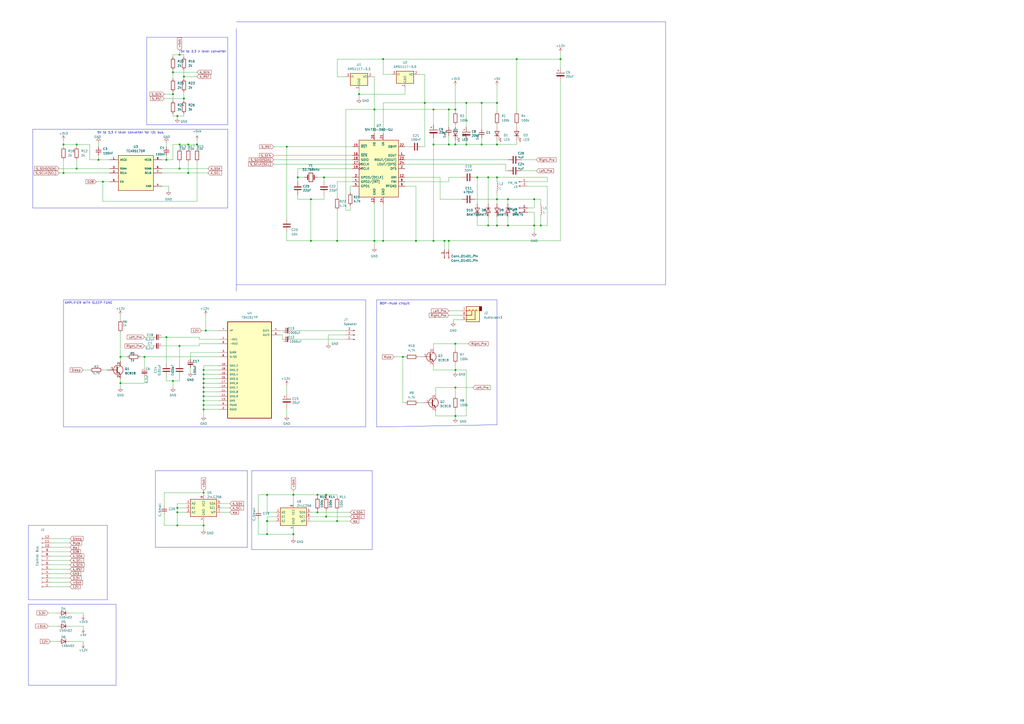
<source format=kicad_sch>
(kicad_sch (version 20231120) (generator "eeschema") (generator_version "8.0")
  (paper "A2")
  (junction (at 217.17 63.5))
  (junction (at 36.83 83.82))
  (junction (at 119.38 191.77))
  (junction (at 118.11 285.75))
  (junction (at 208.28 54.61))
  (junction (at 104.14 200.66))
  (junction (at 180.34 115.57))
  (junction (at 44.45 83.82))
  (junction (at 189.23 287.02))
  (junction (at 264.16 224.79))
  (junction (at 184.15 287.02))
  (junction (at 59.69 105.41))
  (junction (at 195.58 302.26))
  (junction (at 118.11 222.25))
  (junction (at 102.87 297.18))
  (junction (at 189.23 299.72))
  (junction (at 279.4 83.82))
  (junction (at 170.18 309.88))
  (junction (at 83.82 207.01))
  (junction (at 264.16 241.3))
  (junction (at 270.51 59.69))
  (junction (at 288.29 59.69))
  (junction (at 100.33 41.91))
  (junction (at 106.68 44.45))
  (junction (at 118.11 227.33))
  (junction (at 100.33 220.98))
  (junction (at 184.15 297.18))
  (junction (at 264.16 199.39))
  (junction (at 100.33 54.61))
  (junction (at 57.15 92.71))
  (junction (at 270.51 83.82))
  (junction (at 276.86 102.87))
  (junction (at 288.29 83.82))
  (junction (at 114.3 83.82))
  (junction (at 102.87 294.64))
  (junction (at 102.87 67.31))
  (junction (at 104.14 83.82))
  (junction (at 246.38 59.69))
  (junction (at 172.72 102.87))
  (junction (at 118.11 224.79))
  (junction (at 299.72 34.29))
  (junction (at 187.96 102.87))
  (junction (at 288.29 102.87))
  (junction (at 251.46 139.7))
  (junction (at 154.94 287.02))
  (junction (at 118.11 304.8))
  (junction (at 118.11 217.17))
  (junction (at 294.64 115.57))
  (junction (at 102.87 304.8))
  (junction (at 260.35 139.7))
  (junction (at 264.16 63.5))
  (junction (at 118.11 219.71))
  (junction (at 118.11 232.41))
  (junction (at 166.37 85.09))
  (junction (at 283.21 130.81))
  (junction (at 154.94 302.26))
  (junction (at 283.21 102.87))
  (junction (at 109.22 83.82))
  (junction (at 69.85 207.01))
  (junction (at 109.22 100.33))
  (junction (at 106.68 57.15))
  (junction (at 251.46 83.82))
  (junction (at 118.11 237.49))
  (junction (at 69.85 222.25))
  (junction (at 180.34 139.7))
  (junction (at 257.81 139.7))
  (junction (at 118.11 214.63))
  (junction (at 233.68 207.01))
  (junction (at 36.83 100.33))
  (junction (at 96.52 92.71))
  (junction (at 44.45 97.79))
  (junction (at 222.25 139.7))
  (junction (at 260.35 83.82))
  (junction (at 118.11 229.87))
  (junction (at 325.12 34.29))
  (junction (at 264.16 83.82))
  (junction (at 217.17 139.7))
  (junction (at 264.16 214.63))
  (junction (at 251.46 63.5))
  (junction (at 260.35 63.5))
  (junction (at 288.29 115.57))
  (junction (at 222.25 34.29))
  (junction (at 309.88 115.57))
  (junction (at 241.3 139.7))
  (junction (at 104.14 97.79))
  (junction (at 118.11 234.95))
  (junction (at 104.14 31.75))
  (junction (at 96.52 195.58))
  (junction (at 154.94 309.88))
  (junction (at 309.88 130.81))
  (junction (at 279.4 59.69))
  (junction (at 195.58 139.7))
  (junction (at 313.69 130.81))
  (junction (at 288.29 130.81))
  (junction (at 170.18 287.02))
  (junction (at 294.64 130.81))
  (wire (pts (xy 222.25 59.69) (xy 222.25 77.47)))
  (wire (pts (xy 106.68 31.75) (xy 106.68 33.02)))
  (wire (pts (xy 83.82 207.01) (xy 127 207.01)))
  (wire (pts (xy 283.21 130.81) (xy 288.29 130.81)))
  (wire (pts (xy 48.26 372.11) (xy 48.26 373.38)))
  (wire (pts (xy 100.33 67.31) (xy 100.33 66.04)))
  (wire (pts (xy 203.2 107.95) (xy 203.2 111.76)))
  (wire (pts (xy 44.45 83.82) (xy 44.45 85.09)))
  (wire (pts (xy 306.07 120.65) (xy 309.88 120.65)))
  (wire (pts (xy 260.35 78.74) (xy 260.35 83.82)))
  (wire (pts (xy 270.51 81.28) (xy 270.51 83.82)))
  (wire (pts (xy 283.21 102.87) (xy 288.29 102.87)))
  (wire (pts (xy 44.45 92.71) (xy 44.45 97.79)))
  (wire (pts (xy 288.29 64.77) (xy 288.29 59.69)))
  (wire (pts (xy 302.26 92.71) (xy 311.15 92.71)))
  (wire (pts (xy 279.4 74.93) (xy 279.4 59.69)))
  (wire (pts (xy 260.35 180.34) (xy 267.97 180.34)))
  (wire (pts (xy 288.29 130.81) (xy 294.64 130.81)))
  (wire (pts (xy 40.64 327.66) (xy 29.21 327.66)))
  (polyline (pts (xy 143.51 273.05) (xy 143.51 274.32)))
  (wire (pts (xy 257.81 139.7) (xy 257.81 144.78)))
  (wire (pts (xy 118.11 237.49) (xy 118.11 241.3)))
  (wire (pts (xy 195.58 121.92) (xy 195.58 139.7)))
  (wire (pts (xy 293.37 99.06) (xy 294.64 99.06)))
  (wire (pts (xy 29.21 335.28) (xy 40.64 335.28)))
  (wire (pts (xy 166.37 85.09) (xy 166.37 127)))
  (wire (pts (xy 288.29 115.57) (xy 288.29 118.11)))
  (wire (pts (xy 260.35 63.5) (xy 251.46 63.5)))
  (wire (pts (xy 168.91 191.77) (xy 200.66 191.77)))
  (polyline (pts (xy 132.08 74.93) (xy 132.08 120.65)))
  (wire (pts (xy 116.84 191.77) (xy 119.38 191.77)))
  (wire (pts (xy 251.46 139.7) (xy 257.81 139.7)))
  (wire (pts (xy 264.16 72.39) (xy 264.16 73.66)))
  (wire (pts (xy 118.11 285.75) (xy 118.11 287.02)))
  (wire (pts (xy 180.34 115.57) (xy 180.34 139.7)))
  (wire (pts (xy 83.82 222.25) (xy 83.82 218.44)))
  (wire (pts (xy 241.3 107.95) (xy 241.3 139.7)))
  (wire (pts (xy 48.26 364.49) (xy 48.26 363.22)))
  (wire (pts (xy 100.33 41.91) (xy 114.3 41.91)))
  (wire (pts (xy 83.82 207.01) (xy 81.28 207.01)))
  (wire (pts (xy 118.11 219.71) (xy 118.11 217.17)))
  (wire (pts (xy 260.35 182.88) (xy 267.97 182.88)))
  (wire (pts (xy 313.69 125.73) (xy 313.69 130.81)))
  (wire (pts (xy 260.35 139.7) (xy 325.12 139.7)))
  (wire (pts (xy 166.37 139.7) (xy 166.37 134.62)))
  (wire (pts (xy 29.21 337.82) (xy 40.64 337.82)))
  (polyline (pts (xy 132.08 21.59) (xy 132.08 72.39)))
  (wire (pts (xy 100.33 53.34) (xy 100.33 54.61)))
  (wire (pts (xy 107.95 292.1) (xy 102.87 292.1)))
  (wire (pts (xy 222.25 34.29) (xy 299.72 34.29)))
  (wire (pts (xy 270.51 83.82) (xy 279.4 83.82)))
  (polyline (pts (xy 143.51 317.5) (xy 143.51 274.32)))
  (wire (pts (xy 118.11 232.41) (xy 118.11 234.95)))
  (polyline (pts (xy 132.08 72.39) (xy 85.09 72.39)))
  (wire (pts (xy 241.3 139.7) (xy 251.46 139.7)))
  (wire (pts (xy 208.28 54.61) (xy 234.95 54.61)))
  (wire (pts (xy 299.72 34.29) (xy 325.12 34.29)))
  (wire (pts (xy 163.83 194.31) (xy 163.83 196.85)))
  (wire (pts (xy 110.49 204.47) (xy 127 204.47)))
  (wire (pts (xy 264.16 241.3) (xy 264.16 242.57)))
  (wire (pts (xy 262.89 185.42) (xy 267.97 185.42)))
  (wire (pts (xy 251.46 199.39) (xy 264.16 199.39)))
  (wire (pts (xy 96.52 90.17) (xy 96.52 92.71)))
  (wire (pts (xy 69.85 222.25) (xy 69.85 224.79)))
  (wire (pts (xy 195.58 34.29) (xy 195.58 44.45)))
  (wire (pts (xy 275.59 102.87) (xy 276.86 102.87)))
  (wire (pts (xy 168.91 196.85) (xy 200.66 196.85)))
  (wire (pts (xy 208.28 52.07) (xy 208.28 54.61)))
  (wire (pts (xy 104.14 97.79) (xy 104.14 93.98)))
  (polyline (pts (xy 90.17 273.05) (xy 90.17 317.5)))
  (wire (pts (xy 104.14 200.66) (xy 104.14 210.82)))
  (wire (pts (xy 83.82 195.58) (xy 88.9 195.58)))
  (wire (pts (xy 97.79 107.95) (xy 97.79 110.49)))
  (wire (pts (xy 195.58 105.41) (xy 204.47 105.41)))
  (wire (pts (xy 170.18 307.34) (xy 170.18 309.88)))
  (wire (pts (xy 59.69 116.84) (xy 114.3 116.84)))
  (wire (pts (xy 170.18 287.02) (xy 184.15 287.02)))
  (wire (pts (xy 59.69 105.41) (xy 59.69 116.84)))
  (wire (pts (xy 100.33 220.98) (xy 104.14 220.98)))
  (polyline (pts (xy 386.08 165.1) (xy 386.08 12.7)))
  (wire (pts (xy 160.02 302.26) (xy 154.94 302.26)))
  (wire (pts (xy 83.82 200.66) (xy 88.9 200.66)))
  (wire (pts (xy 127 234.95) (xy 118.11 234.95)))
  (wire (pts (xy 270.51 214.63) (xy 270.51 241.3)))
  (wire (pts (xy 100.33 220.98) (xy 100.33 224.79)))
  (wire (pts (xy 59.69 214.63) (xy 62.23 214.63)))
  (wire (pts (xy 83.82 213.36) (xy 83.82 207.01)))
  (wire (pts (xy 172.72 102.87) (xy 176.53 102.87)))
  (wire (pts (xy 40.64 325.12) (xy 29.21 325.12)))
  (wire (pts (xy 95.25 54.61) (xy 100.33 54.61)))
  (wire (pts (xy 96.52 195.58) (xy 96.52 210.82)))
  (wire (pts (xy 222.25 139.7) (xy 241.3 139.7)))
  (wire (pts (xy 195.58 44.45) (xy 200.66 44.45)))
  (wire (pts (xy 264.16 199.39) (xy 271.78 199.39)))
  (wire (pts (xy 276.86 102.87) (xy 276.86 118.11)))
  (wire (pts (xy 294.64 125.73) (xy 294.64 130.81)))
  (polyline (pts (xy 19.05 120.65) (xy 19.05 74.93)))
  (wire (pts (xy 283.21 102.87) (xy 283.21 118.11)))
  (wire (pts (xy 96.52 220.98) (xy 100.33 220.98)))
  (wire (pts (xy 234.95 105.41) (xy 260.35 105.41)))
  (wire (pts (xy 294.64 115.57) (xy 309.88 115.57)))
  (wire (pts (xy 288.29 83.82) (xy 299.72 83.82)))
  (wire (pts (xy 195.58 139.7) (xy 217.17 139.7)))
  (wire (pts (xy 40.64 314.96) (xy 29.21 314.96)))
  (wire (pts (xy 93.98 107.95) (xy 97.79 107.95)))
  (wire (pts (xy 251.46 201.93) (xy 251.46 199.39)))
  (polyline (pts (xy 16.51 350.52) (xy 67.31 350.52)))
  (wire (pts (xy 118.11 219.71) (xy 127 219.71)))
  (wire (pts (xy 40.64 330.2) (xy 29.21 330.2)))
  (wire (pts (xy 195.58 288.29) (xy 195.58 287.02)))
  (wire (pts (xy 294.64 130.81) (xy 309.88 130.81)))
  (wire (pts (xy 264.16 214.63) (xy 264.16 210.82)))
  (wire (pts (xy 264.16 63.5) (xy 260.35 63.5)))
  (wire (pts (xy 162.56 191.77) (xy 163.83 191.77)))
  (wire (pts (xy 288.29 115.57) (xy 294.64 115.57)))
  (wire (pts (xy 115.57 196.85) (xy 115.57 195.58)))
  (wire (pts (xy 59.69 105.41) (xy 63.5 105.41)))
  (wire (pts (xy 293.37 99.06) (xy 293.37 95.25)))
  (wire (pts (xy 118.11 212.09) (xy 127 212.09)))
  (wire (pts (xy 102.87 297.18) (xy 102.87 294.64)))
  (wire (pts (xy 217.17 118.11) (xy 217.17 139.7)))
  (wire (pts (xy 149.86 287.02) (xy 154.94 287.02)))
  (wire (pts (xy 309.88 130.81) (xy 313.69 130.81)))
  (polyline (pts (xy 212.09 247.65) (xy 212.09 173.99)))
  (wire (pts (xy 317.5 107.95) (xy 317.5 130.81)))
  (polyline (pts (xy 218.44 173.99) (xy 218.44 194.31)))
  (wire (pts (xy 189.23 299.72) (xy 203.2 299.72)))
  (wire (pts (xy 264.16 83.82) (xy 260.35 83.82)))
  (wire (pts (xy 100.33 92.71) (xy 100.33 83.82)))
  (wire (pts (xy 166.37 223.52) (xy 166.37 228.6)))
  (wire (pts (xy 27.94 363.22) (xy 33.02 363.22)))
  (wire (pts (xy 309.88 130.81) (xy 309.88 134.62)))
  (wire (pts (xy 44.45 83.82) (xy 52.07 83.82)))
  (wire (pts (xy 102.87 67.31) (xy 100.33 67.31)))
  (wire (pts (xy 104.14 97.79) (xy 120.65 97.79)))
  (polyline (pts (xy 85.09 21.59) (xy 132.08 21.59)))
  (wire (pts (xy 195.58 114.3) (xy 195.58 105.41)))
  (wire (pts (xy 118.11 234.95) (xy 118.11 237.49)))
  (wire (pts (xy 234.95 107.95) (xy 241.3 107.95)))
  (wire (pts (xy 172.72 97.79) (xy 204.47 97.79)))
  (wire (pts (xy 203.2 119.38) (xy 203.2 121.92)))
  (wire (pts (xy 190.5 194.31) (xy 190.5 199.39)))
  (wire (pts (xy 260.35 102.87) (xy 267.97 102.87)))
  (wire (pts (xy 293.37 95.25) (xy 234.95 95.25)))
  (wire (pts (xy 309.88 123.19) (xy 309.88 130.81)))
  (wire (pts (xy 52.07 92.71) (xy 52.07 83.82)))
  (wire (pts (xy 257.81 139.7) (xy 260.35 139.7)))
  (wire (pts (xy 283.21 125.73) (xy 283.21 130.81)))
  (wire (pts (xy 107.95 297.18) (xy 102.87 297.18)))
  (polyline (pts (xy 386.08 12.7) (xy 137.16 12.7)))
  (wire (pts (xy 154.94 287.02) (xy 170.18 287.02)))
  (wire (pts (xy 149.86 309.88) (xy 154.94 309.88)))
  (wire (pts (xy 180.34 115.57) (xy 187.96 115.57)))
  (wire (pts (xy 276.86 125.73) (xy 276.86 130.81)))
  (wire (pts (xy 40.64 322.58) (xy 29.21 322.58)))
  (wire (pts (xy 115.57 200.66) (xy 115.57 199.39)))
  (wire (pts (xy 96.52 92.71) (xy 100.33 92.71)))
  (wire (pts (xy 251.46 80.01) (xy 251.46 83.82)))
  (wire (pts (xy 189.23 288.29) (xy 189.23 287.02)))
  (polyline (pts (xy 137.16 16.51) (xy 137.16 168.91)))
  (polyline (pts (xy 146.05 318.77) (xy 215.9 318.77)))
  (wire (pts (xy 110.49 204.47) (xy 110.49 208.28)))
  (wire (pts (xy 317.5 105.41) (xy 306.07 105.41)))
  (wire (pts (xy 40.64 355.6) (xy 48.26 355.6)))
  (wire (pts (xy 172.72 113.03) (xy 172.72 115.57)))
  (polyline (pts (xy 16.51 350.52) (xy 16.51 397.51)))
  (wire (pts (xy 217.17 63.5) (xy 251.46 63.5)))
  (wire (pts (xy 306.07 107.95) (xy 317.5 107.95)))
  (wire (pts (xy 276.86 102.87) (xy 283.21 102.87)))
  (wire (pts (xy 184.15 295.91) (xy 184.15 297.18)))
  (wire (pts (xy 184.15 287.02) (xy 184.15 288.29)))
  (wire (pts (xy 309.88 120.65) (xy 309.88 115.57)))
  (wire (pts (xy 180.34 302.26) (xy 195.58 302.26)))
  (wire (pts (xy 40.64 340.36) (xy 29.21 340.36)))
  (wire (pts (xy 128.27 297.18) (xy 133.35 297.18)))
  (wire (pts (xy 158.75 85.09) (xy 166.37 85.09)))
  (wire (pts (xy 317.5 102.87) (xy 317.5 105.41)))
  (wire (pts (xy 96.52 218.44) (xy 96.52 220.98)))
  (polyline (pts (xy 67.31 397.51) (xy 16.51 397.51)))
  (wire (pts (xy 118.11 224.79) (xy 118.11 227.33)))
  (wire (pts (xy 40.64 363.22) (xy 48.26 363.22)))
  (wire (pts (xy 264.16 214.63) (xy 270.51 214.63)))
  (wire (pts (xy 170.18 287.02) (xy 170.18 292.1)))
  (wire (pts (xy 114.3 116.84) (xy 114.3 93.98)))
  (wire (pts (xy 102.87 68.58) (xy 102.87 67.31)))
  (wire (pts (xy 187.96 102.87) (xy 204.47 102.87)))
  (wire (pts (xy 264.16 83.82) (xy 264.16 81.28)))
  (wire (pts (xy 270.51 83.82) (xy 264.16 83.82)))
  (wire (pts (xy 262.89 186.69) (xy 262.89 185.42)))
  (wire (pts (xy 119.38 191.77) (xy 119.38 182.88)))
  (wire (pts (xy 102.87 297.18) (xy 102.87 304.8)))
  (wire (pts (xy 104.14 218.44) (xy 104.14 220.98)))
  (wire (pts (xy 93.98 100.33) (xy 109.22 100.33)))
  (wire (pts (xy 55.88 105.41) (xy 59.69 105.41)))
  (wire (pts (xy 172.72 102.87) (xy 172.72 105.41)))
  (polyline (pts (xy 19.05 74.93) (xy 132.08 74.93)))
  (wire (pts (xy 69.85 207.01) (xy 73.66 207.01)))
  (wire (pts (xy 44.45 97.79) (xy 63.5 97.79)))
  (wire (pts (xy 270.51 241.3) (xy 264.16 241.3)))
  (wire (pts (xy 288.29 72.39) (xy 288.29 73.66)))
  (wire (pts (xy 100.33 31.75) (xy 104.14 31.75)))
  (wire (pts (xy 234.95 92.71) (xy 294.64 92.71)))
  (wire (pts (xy 208.28 54.61) (xy 208.28 57.15)))
  (wire (pts (xy 109.22 83.82) (xy 114.3 83.82)))
  (wire (pts (xy 149.86 300.99) (xy 149.86 309.88)))
  (polyline (pts (xy 90.17 317.5) (xy 143.51 317.5)))
  (wire (pts (xy 118.11 217.17) (xy 118.11 214.63)))
  (wire (pts (xy 217.17 139.7) (xy 217.17 143.51)))
  (wire (pts (xy 184.15 297.18) (xy 203.2 297.18)))
  (wire (pts (xy 260.35 139.7) (xy 260.35 144.78)))
  (wire (pts (xy 217.17 63.5) (xy 200.66 63.5)))
  (wire (pts (xy 109.22 83.82) (xy 109.22 86.36)))
  (wire (pts (xy 227.33 43.18) (xy 222.25 43.18)))
  (wire (pts (xy 118.11 302.26) (xy 118.11 304.8)))
  (wire (pts (xy 260.35 105.41) (xy 260.35 102.87)))
  (wire (pts (xy 317.5 130.81) (xy 313.69 130.81)))
  (wire (pts (xy 187.96 115.57) (xy 187.96 113.03)))
  (wire (pts (xy 93.98 92.71) (xy 96.52 92.71)))
  (wire (pts (xy 100.33 54.61) (xy 100.33 58.42)))
  (wire (pts (xy 102.87 67.31) (xy 106.68 67.31)))
  (polyline (pts (xy 288.29 173.99) (xy 218.44 173.99)))
  (wire (pts (xy 234.95 54.61) (xy 234.95 50.8)))
  (wire (pts (xy 102.87 304.8) (xy 95.25 304.8)))
  (wire (pts (xy 36.83 100.33) (xy 63.5 100.33)))
  (wire (pts (xy 69.85 207.01) (xy 69.85 209.55)))
  (wire (pts (xy 158.75 90.17) (xy 204.47 90.17)))
  (wire (pts (xy 102.87 294.64) (xy 107.95 294.64)))
  (wire (pts (xy 242.57 207.01) (xy 243.84 207.01)))
  (wire (pts (xy 106.68 44.45) (xy 106.68 45.72)))
  (polyline (pts (xy 218.44 247.65) (xy 288.29 246.38)))
  (wire (pts (xy 299.72 83.82) (xy 299.72 81.28)))
  (wire (pts (xy 184.15 287.02) (xy 189.23 287.02)))
  (wire (pts (xy 118.11 214.63) (xy 127 214.63)))
  (wire (pts (xy 264.16 64.77) (xy 264.16 63.5)))
  (wire (pts (xy 294.64 115.57) (xy 294.64 118.11)))
  (wire (pts (xy 234.95 233.68) (xy 233.68 233.68)))
  (wire (pts (xy 200.66 63.5) (xy 200.66 121.92)))
  (wire (pts (xy 264.16 241.3) (xy 252.73 241.3)))
  (polyline (pts (xy 146.05 273.05) (xy 146.05 318.77)))
  (wire (pts (xy 270.51 59.69) (xy 270.51 73.66)))
  (wire (pts (xy 222.25 43.18) (xy 222.25 34.29)))
  (wire (pts (xy 33.02 372.11) (xy 29.21 372.11)))
  (wire (pts (xy 109.22 100.33) (xy 120.65 100.33)))
  (polyline (pts (xy 132.08 120.65) (xy 19.05 120.65)))
  (wire (pts (xy 203.2 107.95) (xy 204.47 107.95)))
  (wire (pts (xy 57.15 92.71) (xy 63.5 92.71)))
  (polyline (pts (xy 90.17 273.05) (xy 143.51 273.05)))
  (wire (pts (xy 40.64 332.74) (xy 29.21 332.74)))
  (wire (pts (xy 288.29 125.73) (xy 288.29 130.81)))
  (wire (pts (xy 234.95 85.09) (xy 237.49 85.09)))
  (wire (pts (xy 100.33 83.82) (xy 104.14 83.82)))
  (wire (pts (xy 279.4 83.82) (xy 279.4 80.01)))
  (wire (pts (xy 158.75 92.71) (xy 204.47 92.71)))
  (wire (pts (xy 154.94 299.72) (xy 160.02 299.72)))
  (wire (pts (xy 48.26 214.63) (xy 52.07 214.63)))
  (wire (pts (xy 69.85 222.25) (xy 83.82 222.25)))
  (polyline (pts (xy 16.51 347.98) (xy 62.23 347.98)))
  (wire (pts (xy 222.25 118.11) (xy 222.25 139.7)))
  (wire (pts (xy 184.15 102.87) (xy 187.96 102.87)))
  (wire (pts (xy 288.29 59.69) (xy 279.4 59.69)))
  (wire (pts (xy 27.94 355.6) (xy 33.02 355.6)))
  (wire (pts (xy 127 196.85) (xy 115.57 196.85)))
  (wire (pts (xy 264.16 224.79) (xy 274.32 224.79)))
  (wire (pts (xy 36.83 83.82) (xy 44.45 83.82)))
  (wire (pts (xy 252.73 224.79) (xy 264.16 224.79)))
  (wire (pts (xy 166.37 236.22) (xy 166.37 241.3)))
  (wire (pts (xy 170.18 309.88) (xy 170.18 312.42)))
  (wire (pts (xy 154.94 302.26) (xy 154.94 309.88)))
  (wire (pts (xy 325.12 46.99) (xy 325.12 139.7)))
  (wire (pts (xy 34.29 100.33) (xy 36.83 100.33)))
  (wire (pts (xy 242.57 233.68) (xy 245.11 233.68)))
  (wire (pts (xy 288.29 49.53) (xy 288.29 59.69)))
  (wire (pts (xy 302.26 99.06) (xy 311.15 99.06)))
  (wire (pts (xy 195.58 287.02) (xy 189.23 287.02)))
  (wire (pts (xy 267.97 115.57) (xy 255.27 115.57)))
  (wire (pts (xy 217.17 44.45) (xy 217.17 63.5)))
  (wire (pts (xy 109.22 100.33) (xy 109.22 93.98)))
  (wire (pts (xy 93.98 200.66) (xy 104.14 200.66)))
  (wire (pts (xy 180.34 139.7) (xy 195.58 139.7)))
  (wire (pts (xy 195.58 34.29) (xy 222.25 34.29)))
  (wire (pts (xy 102.87 292.1) (xy 102.87 294.64)))
  (polyline (pts (xy 62.23 347.98) (xy 62.23 304.8)))
  (wire (pts (xy 128.27 294.64) (xy 133.35 294.64)))
  (wire (pts (xy 36.83 100.33) (xy 36.83 92.71)))
  (polyline (pts (xy 218.44 194.31) (xy 218.44 247.65)))
  (wire (pts (xy 106.68 57.15) (xy 106.68 58.42)))
  (wire (pts (xy 95.25 57.15) (xy 106.68 57.15)))
  (wire (pts (xy 100.33 31.75) (xy 100.33 33.02)))
  (wire (pts (xy 172.72 97.79) (xy 172.72 102.87)))
  (wire (pts (xy 118.11 284.48) (xy 118.11 285.75)))
  (wire (pts (xy 114.3 86.36) (xy 114.3 83.82)))
  (wire (pts (xy 195.58 295.91) (xy 195.58 302.26)))
  (wire (pts (xy 69.85 219.71) (xy 69.85 222.25)))
  (wire (pts (xy 106.68 67.31) (xy 106.68 66.04)))
  (wire (pts (xy 313.69 115.57) (xy 313.69 118.11)))
  (wire (pts (xy 288.29 83.82) (xy 288.29 81.28)))
  (wire (pts (xy 217.17 63.5) (xy 217.17 77.47)))
  (wire (pts (xy 118.11 237.49) (xy 127 237.49)))
  (wire (pts (xy 114.3 81.28) (xy 114.3 83.82)))
  (wire (pts (xy 106.68 44.45) (xy 106.68 40.64)))
  (wire (pts (xy 115.57 199.39) (xy 127 199.39)))
  (wire (pts (xy 251.46 63.5) (xy 251.46 72.39)))
  (polyline (pts (xy 16.51 304.8) (xy 62.23 304.8)))
  (wire (pts (xy 154.94 297.18) (xy 154.94 287.02)))
  (wire (pts (xy 251.46 214.63) (xy 264.16 214.63)))
  (wire (pts (xy 36.83 81.28) (xy 36.83 83.82)))
  (polyline (pts (xy 36.83 247.65) (xy 212.09 247.65)))
  (wire (pts (xy 29.21 312.42) (xy 40.64 312.42)))
  (wire (pts (xy 264.16 199.39) (xy 264.16 203.2)))
  (wire (pts (xy 95.25 285.75) (xy 118.11 285.75)))
  (wire (pts (xy 57.15 92.71) (xy 57.15 90.17)))
  (wire (pts (xy 252.73 228.6) (xy 252.73 224.79)))
  (wire (pts (xy 57.15 82.55) (xy 57.15 85.09)))
  (polyline (pts (xy 85.09 21.59) (xy 85.09 72.39)))
  (wire (pts (xy 106.68 44.45) (xy 114.3 44.45)))
  (wire (pts (xy 96.52 82.55) (xy 96.52 85.09)))
  (wire (pts (xy 264.16 224.79) (xy 264.16 229.87)))
  (polyline (pts (xy 16.51 304.8) (xy 16.51 347.98)))
  (polyline (pts (xy 146.05 273.05) (xy 215.9 273.05)))
  (wire (pts (xy 279.4 83.82) (xy 288.29 83.82)))
  (wire (pts (xy 172.72 115.57) (xy 180.34 115.57)))
  (wire (pts (xy 233.68 233.68) (xy 233.68 207.01)))
  (wire (pts (xy 119.38 191.77) (xy 127 191.77)))
  (wire (pts (xy 34.29 97.79) (xy 44.45 97.79)))
  (wire (pts (xy 36.83 83.82) (xy 36.83 85.09)))
  (wire (pts (xy 104.14 31.75) (xy 106.68 31.75)))
  (wire (pts (xy 118.11 304.8) (xy 118.11 307.34)))
  (wire (pts (xy 246.38 43.18) (xy 242.57 43.18)))
  (wire (pts (xy 166.37 85.09) (xy 204.47 85.09)))
  (wire (pts (xy 115.57 195.58) (xy 96.52 195.58)))
  (wire (pts (xy 118.11 219.71) (xy 118.11 222.25)))
  (wire (pts (xy 163.83 194.31) (xy 162.56 194.31)))
  (wire (pts (xy 309.88 115.57) (xy 313.69 115.57)))
  (wire (pts (xy 264.16 214.63) (xy 264.16 215.9)))
  (wire (pts (xy 154.94 302.26) (xy 154.94 299.72)))
  (wire (pts (xy 118.11 227.33) (xy 118.11 229.87)))
  (wire (pts (xy 276.86 130.81) (xy 283.21 130.81)))
  (wire (pts (xy 260.35 73.66) (xy 260.35 63.5)))
  (wire (pts (xy 279.4 59.69) (xy 270.51 59.69)))
  (wire (pts (xy 106.68 53.34) (xy 106.68 57.15)))
  (wire (pts (xy 118.11 229.87) (xy 118.11 232.41)))
  (wire (pts (xy 246.38 43.18) (xy 246.38 59.69)))
  (wire (pts (xy 233.68 207.01) (xy 234.95 207.01)))
  (polyline (pts (xy 137.16 165.1) (xy 386.08 165.1)))
  (wire (pts (xy 306.07 123.19) (xy 309.88 123.19)))
  (wire (pts (xy 102.87 304.8) (xy 118.11 304.8)))
  (wire (pts (xy 251.46 212.09) (xy 251.46 214.63)))
  (wire (pts (xy 180.34 297.18) (xy 184.15 297.18)))
  (wire (pts (xy 104.14 83.82) (xy 109.22 83.82)))
  (wire (pts (xy 96.52 195.58) (xy 93.98 195.58)))
  (wire (pts (xy 160.02 297.18) (xy 154.94 297.18)))
  (wire (pts (xy 190.5 194.31) (xy 200.66 194.31)))
  (wire (pts (xy 110.49 213.36) (xy 110.49 215.9)))
  (wire (pts (xy 187.96 105.41) (xy 187.96 102.87)))
  (polyline (pts (xy 288.29 246.38) (xy 288.29 173.99)))
  (wire (pts (xy 104.14 200.66) (xy 115.57 200.66)))
  (wire (pts (xy 52.07 92.71) (xy 57.15 92.71)))
  (wire (pts (xy 40.64 320.04) (xy 29.21 320.04)))
  (wire (pts (xy 217.17 139.7) (xy 222.25 139.7)))
  (polyline (pts (xy 36.83 173.99) (xy 36.83 247.65)))
  (wire (pts (xy 180.34 299.72) (xy 189.23 299.72)))
  (wire (pts (xy 95.25 293.37) (xy 95.25 285.75)))
  (wire (pts (xy 170.18 284.48) (xy 170.18 287.02)))
  (wire (pts (xy 299.72 34.29) (xy 299.72 64.77)))
  (wire (pts (xy 325.12 39.37) (xy 325.12 34.29)))
  (wire (pts (xy 118.11 222.25) (xy 118.11 224.79)))
  (wire (pts (xy 255.27 115.57) (xy 255.27 102.87)))
  (wire (pts (xy 288.29 102.87) (xy 288.29 104.14)))
  (wire (pts (xy 299.72 72.39) (xy 299.72 73.66)))
  (wire (pts (xy 245.11 85.09) (xy 246.38 85.09)))
  (wire (pts (xy 118.11 217.17) (xy 127 217.17)))
  (wire (pts (xy 69.85 182.88) (xy 69.85 185.42)))
  (wire (pts (xy 69.85 193.04) (xy 69.85 207.01)))
  (wire (pts (xy 288.29 102.87) (xy 317.5 102.87)))
  (wire (pts (xy 166.37 139.7) (xy 180.34 139.7)))
  (wire (pts (xy 154.94 309.88) (xy 170.18 309.88)))
  (wire (pts (xy 104.14 83.82) (xy 104.14 86.36)))
  (wire (pts (xy 118.11 214.63) (xy 118.11 212.09)))
  (wire (pts (xy 189.23 295.91) (xy 189.23 299.72)))
  (wire (pts (xy 251.46 83.82) (xy 251.46 139.7)))
  (wire (pts (xy 246.38 59.69) (xy 222.25 59.69)))
  (wire (pts (xy 48.26 372.11) (xy 40.64 372.11)))
  (wire (pts (xy 233.68 207.01) (xy 228.6 207.01)))
  (wire (pts (xy 104.14 29.21) (xy 104.14 31.75)))
  (wire (pts (xy 264.16 237.49) (xy 264.16 241.3)))
  (wire (pts (xy 325.12 30.48) (xy 325.12 34.29)))
  (wire (pts (xy 118.11 224.79) (xy 127 224.79)))
  (polyline (pts (xy 67.31 350.52) (xy 67.31 397.51)))
  (wire (pts (xy 40.64 317.5) (xy 29.21 317.5)))
  (wire (pts (xy 195.58 302.26) (xy 203.2 302.26)))
  (wire (pts (xy 246.38 59.69) (xy 246.38 85.09)))
  (wire (pts (xy 288.29 111.76) (xy 288.29 115.57)))
  (wire (pts (xy 246.38 59.69) (xy 270.51 59.69)))
  (wire (pts (xy 93.98 97.79) (xy 104.14 97.79)))
  (wire (pts (xy 118.11 227.33) (xy 127 227.33)))
  (wire (pts (xy 118.11 229.87) (xy 127 229.87)))
  (polyline (pts (xy 36.83 173.99) (xy 212.09 173.99)))
  (wire (pts (xy 100.33 41.91) (xy 100.33 45.72)))
  (wire (pts (xy 264.16 49.53) (xy 264.16 63.5)))
  (wire (pts (xy 118.11 232.41) (xy 127 232.41)))
  (wire (pts (xy 217.17 44.45) (xy 215.9 44.45)))
  (wire (pts (xy 255.27 102.87) (xy 234.95 102.87)))
  (wire (pts (xy 100.33 41.91) (xy 100.33 40.64)))
  (polyline (pts (xy 215.9 318.77) (xy 215.9 273.05)))
  (wire (pts (xy 48.26 356.87) (xy 48.26 355.6)))
  (wire (pts (xy 158.75 95.25) (xy 204.47 95.25)))
  (wire (pts (xy 95.25 298.45) (xy 95.25 304.8)))
  (wire (pts (xy 127 222.25) (xy 118.11 222.25)))
  (wire (pts (xy 275.59 115.57) (xy 288.29 115.57)))
  (wire (pts (xy 200.66 121.92) (xy 203.2 121.92)))
  (wire (pts (xy 128.27 292.1) (xy 133.35 292.1)))
  (wire (pts (xy 260.35 83.82) (xy 251.46 83.82)))
  (wire (pts (xy 252.73 241.3) (xy 252.73 238.76)))
  (wire (pts (xy 149.86 295.91) (xy 149.86 287.02)))
  (text "5V to 3.3 V level converter for I2c bus." (at 56.388 77.724 0) (effects (font (size 1.27 1.27)) (justify left bottom)))
  (text "5V to 3.3 V level converter" (at 104.648 30.734 0) (effects (font (size 1.27 1.27)) (justify left bottom)))
  (text "BOP-mute cirquit" (at 220.218 176.911 0) (effects (font (size 1.27 1.27)) (justify left bottom)))
  (text "AMPLIFIER WITH SLEEP FUNC" (at 37.465 176.53 0) (effects (font (size 1.27 1.27)) (justify left bottom)))
  (global_label "Left_Pre" (shape input) (at 311.15 99.06 0) (property "Intersheetrefs" "${INTERSHEET_REFS}" (effects (hide yes))))
  (global_label "S_RST" (shape input) (at 95.25 57.15 180) (property "Intersheetrefs" "${INTERSHEET_REFS}" (effects (hide yes))))
  (global_label "A_SCL" (shape input) (at 133.35 294.64 0) (property "Intersheetrefs" "${INTERSHEET_REFS}" (effects (hide yes))))
  (global_label "Wp" (shape input) (at 203.2 302.26 0) (property "Intersheetrefs" "${INTERSHEET_REFS}" (effects (hide yes))))
  (global_label "A_SDA" (shape input) (at 40.64 322.58 0) (property "Intersheetrefs" "${INTERSHEET_REFS}" (effects (hide yes))))
  (global_label "Left_Pre" (shape input) (at 274.32 224.79 0) (property "Intersheetrefs" "${INTERSHEET_REFS}" (effects (hide yes))))
  (global_label "Wp" (shape input) (at 40.64 317.5 0) (property "Intersheetrefs" "${INTERSHEET_REFS}" (effects (hide yes))))
  (global_label "D28" (shape input) (at 55.88 105.41 180) (property "Intersheetrefs" "${INTERSHEET_REFS}" (effects (hide yes))))
  (global_label "12V" (shape input) (at 40.64 340.36 0) (property "Intersheetrefs" "${INTERSHEET_REFS}" (effects (hide yes))))
  (global_label "Sleep" (shape input) (at 48.26 214.63 180) (property "Intersheetrefs" "${INTERSHEET_REFS}" (effects (hide yes))))
  (global_label "GND" (shape input) (at 40.64 332.74 0) (property "Intersheetrefs" "${INTERSHEET_REFS}" (effects (hide yes))))
  (global_label "S_SEN" (shape input) (at 158.75 90.17 180) (property "Intersheetrefs" "${INTERSHEET_REFS}" (effects (hide yes))))
  (global_label "+5VA" (shape input) (at 118.11 284.48 90) (property "Intersheetrefs" "${INTERSHEET_REFS}" (effects (hide yes))))
  (global_label "+5VA" (shape input) (at 104.14 29.21 90) (property "Intersheetrefs" "${INTERSHEET_REFS}" (effects (hide yes))))
  (global_label "Sleep" (shape input) (at 40.64 312.42 0) (property "Intersheetrefs" "${INTERSHEET_REFS}" (effects (hide yes))))
  (global_label "Right_Pre" (shape input) (at 311.15 92.71 0) (property "Intersheetrefs" "${INTERSHEET_REFS}" (effects (hide yes))))
  (global_label "S_SDIO(SDA)" (shape input) (at 34.29 97.79 180) (property "Intersheetrefs" "${INTERSHEET_REFS}" (effects (hide yes))))
  (global_label "A_SDA" (shape input) (at 120.65 97.79 0) (property "Intersheetrefs" "${INTERSHEET_REFS}" (effects (hide yes))))
  (global_label "A_SCL" (shape input) (at 40.64 325.12 0) (property "Intersheetrefs" "${INTERSHEET_REFS}" (effects (hide yes))))
  (global_label "Mute" (shape input) (at 228.6 207.01 180) (property "Intersheetrefs" "${INTERSHEET_REFS}" (effects (hide yes))))
  (global_label "Right_Pre" (shape input) (at 260.35 182.88 180) (property "Intersheetrefs" "${INTERSHEET_REFS}" (effects (hide yes))))
  (global_label "Left_Pre" (shape input) (at 83.82 195.58 180) (property "Intersheetrefs" "${INTERSHEET_REFS}" (effects (hide yes))))
  (global_label "A_SEN" (shape input) (at 40.64 327.66 0) (property "Intersheetrefs" "${INTERSHEET_REFS}" (effects (hide yes))))
  (global_label "Right_Pre" (shape input) (at 83.82 200.66 180) (property "Intersheetrefs" "${INTERSHEET_REFS}" (effects (hide yes))))
  (global_label "+5VA" (shape input) (at 40.64 337.82 0) (property "Intersheetrefs" "${INTERSHEET_REFS}" (effects (hide yes))))
  (global_label "A_SCL" (shape input) (at 203.2 299.72 0) (property "Intersheetrefs" "${INTERSHEET_REFS}" (effects (hide yes))))
  (global_label "A_SDA" (shape input) (at 133.35 292.1 0) (property "Intersheetrefs" "${INTERSHEET_REFS}" (effects (hide yes))))
  (global_label "S_SDIO(SDA)" (shape input) (at 158.75 92.71 180) (property "Intersheetrefs" "${INTERSHEET_REFS}" (effects (hide yes))))
  (global_label "S_RST" (shape input) (at 158.75 85.09 180) (property "Intersheetrefs" "${INTERSHEET_REFS}" (effects (hide yes))))
  (global_label "3.3V" (shape input) (at 27.94 355.6 180) (property "Intersheetrefs" "${INTERSHEET_REFS}" (effects (hide yes))))
  (global_label "A_SEN" (shape input) (at 114.3 41.91 0) (property "Intersheetrefs" "${INTERSHEET_REFS}" (effects (hide yes))))
  (global_label "S_SCLK(SCL)" (shape input) (at 34.29 100.33 180) (property "Intersheetrefs" "${INTERSHEET_REFS}" (effects (hide yes))))
  (global_label "A_SCL" (shape input) (at 120.65 100.33 0) (property "Intersheetrefs" "${INTERSHEET_REFS}" (effects (hide yes))))
  (global_label "Mute" (shape input) (at 40.64 314.96 0) (property "Intersheetrefs" "${INTERSHEET_REFS}" (effects (hide yes))))
  (global_label "A_RST" (shape input) (at 114.3 44.45 0) (property "Intersheetrefs" "${INTERSHEET_REFS}" (effects (hide yes))))
  (global_label "S_SEN" (shape input) (at 95.25 54.61 180) (property "Intersheetrefs" "${INTERSHEET_REFS}" (effects (hide yes))))
  (global_label "Wp" (shape input) (at 133.35 297.18 0) (property "Intersheetrefs" "${INTERSHEET_REFS}" (effects (hide yes))))
  (global_label "+5VA" (shape input) (at 27.94 363.22 180) (property "Intersheetrefs" "${INTERSHEET_REFS}" (effects (hide yes))))
  (global_label "12V" (shape input) (at 29.21 372.11 180) (property "Intersheetrefs" "${INTERSHEET_REFS}" (effects (hide yes))))
  (global_label "S_SCLK(SCL)" (shape input) (at 158.75 95.25 180) (property "Intersheetrefs" "${INTERSHEET_REFS}" (effects (hide yes))))
  (global_label "Left_Pre" (shape input) (at 260.35 180.34 180) (property "Intersheetrefs" "${INTERSHEET_REFS}" (effects (hide yes))))
  (global_label "+5VA" (shape input) (at 170.18 284.48 90) (property "Intersheetrefs" "${INTERSHEET_REFS}" (effects (hide yes))))
  (global_label "3.3V" (shape input) (at 40.64 335.28 0) (property "Intersheetrefs" "${INTERSHEET_REFS}" (effects (hide yes))))
  (global_label "Right_Pre" (shape input) (at 271.78 199.39 0) (property "Intersheetrefs" "${INTERSHEET_REFS}" (effects (hide yes))))
  (global_label "A_SDA" (shape input) (at 203.2 297.18 0) (property "Intersheetrefs" "${INTERSHEET_REFS}" (effects (hide yes))))
  (global_label "12V" (shape input) (at 116.84 191.77 180) (property "Intersheetrefs" "${INTERSHEET_REFS}" (effects (hide yes))))
  (global_label "A_RST" (shape input) (at 40.64 330.2 0) (property "Intersheetrefs" "${INTERSHEET_REFS}" (effects (hide yes))))
  (global_label "D28" (shape input) (at 40.64 320.04 0) (property "Intersheetrefs" "${INTERSHEET_REFS}" (effects (hide yes))))
  (symbol (lib_id "RF_AM_FM:Si4735-D60-GU") (at 219.71 97.79 0) (unit 1)
    (property "Reference" "U7" (at 219.71 72.8726 0))
    (property "Value" "Si4735-D60-GU" (at 219.71 75.184 0))
    (property "Footprint" "Package_SO:SSOP-24_3.9x8.7mm_P0.635mm" (effects (hide yes)))
    (property "Datasheet" "http://www.silabs.com/Support%20Documents/TechnicalDocs/Si4730-31-34-35-D60.pdf" (effects (hide yes)))
  )
  (symbol (lib_id "Device:Crystal") (at 180.34 102.87 0) (unit 1)
    (property "Reference" "Y1" (at 180.34 96.0628 0))
    (property "Value" "32.768kHz" (at 180.34 98.3742 0))
    (property "Footprint" "Crystal:Crystal_C38-LF_D3.0mm_L8.0mm_Horizontal" (effects (hide yes)))
  )
  (symbol (lib_id "Device:C") (at 172.72 109.22 0) (unit 1)
    (property "Reference" "C25" (at 175.641 108.0516 0) (effects (justify left)))
    (property "Value" "22pF" (at 175.641 110.363 0) (effects (justify left)))
    (property "Footprint" "Capacitor_SMD:C_1206_3216Metric" (effects (hide yes)))
  )
  (symbol (lib_id "Device:C") (at 187.96 109.22 0) (unit 1)
    (property "Reference" "C22" (at 190.881 108.0516 0) (effects (justify left)))
    (property "Value" "22pF" (at 190.881 110.363 0) (effects (justify left)))
    (property "Footprint" "Capacitor_SMD:C_1206_3216Metric" (effects (hide yes)))
  )
  (symbol (lib_id "Device:C") (at 271.78 115.57 270) (unit 1)
    (property "Reference" "C11" (at 271.78 109.1692 90))
    (property "Value" "470nF" (at 271.78 111.4806 90))
    (property "Footprint" "Capacitor_SMD:C_1206_3216Metric" (effects (hide yes)))
  )
  (symbol (lib_id "Device:C") (at 166.37 130.81 0) (unit 1)
    (property "Reference" "C23" (at 168.91 133.35 0) (effects (justify left)))
    (property "Value" "10n" (at 168.91 135.89 0) (effects (justify left)))
    (property "Footprint" "Capacitor_SMD:C_1206_3216Metric" (effects (hide yes)))
  )
  (symbol (lib_id "Device:C") (at 298.45 92.71 270) (unit 1)
    (property "Reference" "C26" (at 302.26 88.9 90))
    (property "Value" "4uF" (at 302.26 91.2114 90))
    (property "Footprint" "Capacitor_THT:C_Disc_D3.0mm_W1.6mm_P2.50mm" (effects (hide yes)))
  )
  (symbol (lib_id "Device:C") (at 298.45 99.06 270) (unit 1)
    (property "Reference" "C24" (at 302.26 95.25 90))
    (property "Value" "4uF" (at 302.26 97.79 90))
    (property "Footprint" "Capacitor_THT:C_Disc_D3.0mm_W1.6mm_P2.50mm" (effects (hide yes)))
  )
  (symbol (lib_id "Device:CP") (at 251.46 76.2 0) (unit 1)
    (property "Reference" "C9" (at 254.4572 75.0316 0) (effects (justify left)))
    (property "Value" "20uF" (at 254.635 76.835 0) (effects (justify left)))
    (property "Footprint" "Capacitor_THT:CP_Radial_D5.0mm_P2.00mm" (effects (hide yes)))
  )
  (symbol (lib_id "Device:C") (at 241.3 85.09 270) (unit 1)
    (property "Reference" "C21" (at 241.3 78.6892 90))
    (property "Value" "100nF" (at 241.3 81.0006 90))
    (property "Footprint" "Capacitor_SMD:C_1206_3216Metric" (effects (hide yes)))
  )
  (symbol (lib_id "Device:C") (at 271.78 102.87 270) (unit 1)
    (property "Reference" "C10" (at 271.78 96.4692 90))
    (property "Value" "33nF" (at 271.78 98.7806 90))
    (property "Footprint" "Capacitor_SMD:C_1206_3216Metric" (effects (hide yes)))
  )
  (symbol (lib_id "Connector:Conn_01x02_Male") (at 300.99 120.65 0) (unit 1)
    (property "Reference" "J5" (at 300.2788 123.6472 0) (effects (justify right)))
    (property "Value" "AM_IN" (at 300.2788 121.3358 0) (effects (justify right)))
    (property "Footprint" "Connector_Coaxial:SMA_Amphenol_901-143_Horizontal" (effects (hide yes)))
  )
  (symbol (lib_id "Device:R") (at 100.33 36.83 0) (unit 1)
    (property "Reference" "R20" (at 102.87 35.5599 0) (effects (justify left)))
    (property "Value" "2k" (at 102.87 38.0999 0) (effects (justify left)))
    (property "Footprint" "Resistor_SMD:R_1206_3216Metric" (effects (hide yes)))
  )
  (symbol (lib_id "Device:R") (at 264.16 207.01 0) (unit 1)
    (property "Reference" "R7" (at 266.7 205.7399 0) (effects (justify left)))
    (property "Value" "100k" (at 266.7 208.2799 0) (effects (justify left)))
    (property "Footprint" "Resistor_SMD:R_1206_3216Metric" (effects (hide yes)))
  )
  (symbol (lib_id "Device:C_Polarized_Small") (at 91.44 195.58 270) (unit 1)
    (property "Reference" "C18" (at 86.995 194.31 90))
    (property "Value" "0.2uF" (at 86.995 196.85 90))
    (property "Footprint" "Capacitor_THT:CP_Radial_D4.0mm_P2.00mm" (effects (hide yes)))
  )
  (symbol (lib_id "Device:R") (at 264.16 233.68 0) (unit 1)
    (property "Reference" "R8" (at 266.7 232.4099 0) (effects (justify left)))
    (property "Value" "100k" (at 266.7 234.9499 0) (effects (justify left)))
    (property "Footprint" "Resistor_SMD:R_1206_3216Metric" (effects (hide yes)))
  )
  (symbol (lib_id "Device:C_Polarized_Small") (at 91.44 200.66 270) (unit 1)
    (property "Reference" "C7" (at 86.995 199.39 90))
    (property "Value" "0.2uF" (at 86.995 201.93 90))
    (property "Footprint" "Capacitor_THT:CP_Radial_D4.0mm_P2.00mm" (effects (hide yes)))
  )
  (symbol (lib_id "Device:R") (at 100.33 49.53 0) (unit 1)
    (property "Reference" "R25" (at 102.87 48.2599 0) (effects (justify left)))
    (property "Value" "2k" (at 102.87 50.7999 0) (effects (justify left)))
    (property "Footprint" "Resistor_SMD:R_1206_3216Metric" (effects (hide yes)))
  )
  (symbol (lib_id "Regulator_Linear:AMS1117-3.3") (at 208.28 44.45 0) (unit 1)
    (property "Reference" "U1" (at 208.28 37.465 0))
    (property "Value" "AMS1117-3.3" (at 208.28 40.005 0))
    (property "Footprint" "Package_TO_SOT_SMD:SOT-223-3_TabPin2" (effects (hide yes)))
    (property "Datasheet" "http://www.advanced-monolithic.com/pdf/ds1117.pdf" (effects (hide yes)))
  )
  (symbol (lib_id "Device:R") (at 109.22 90.17 0) (unit 1)
    (property "Reference" "R17" (at 109.22 85.09 0) (effects (justify left)))
    (property "Value" "10k" (at 109.22 86.36 0) (effects (justify left)))
    (property "Footprint" "Resistor_SMD:R_1206_3216Metric" (effects (hide yes)))
  )
  (symbol (lib_id "Device:R") (at 36.83 88.9 0) (unit 1)
    (property "Reference" "R18" (at 39.37 87.6299 0) (effects (justify left)))
    (property "Value" "2k" (at 39.37 90.1699 0) (effects (justify left)))
    (property "Footprint" "Resistor_SMD:R_1206_3216Metric" (effects (hide yes)))
  )
  (symbol (lib_id "Device:R") (at 69.85 189.23 0) (unit 1)
    (property "Reference" "R6" (at 71.12 186.69 0) (effects (justify left)))
    (property "Value" "1k" (at 71.12 188.595 0) (effects (justify left)))
    (property "Footprint" "Resistor_SMD:R_1206_3216Metric" (effects (hide yes)))
  )
  (symbol (lib_id "power:GND") (at 208.28 57.15 0) (unit 1)
    (property "Reference" "#PWR0102" (effects (hide yes)))
    (property "Value" "GND" (at 212.09 58.42 0))
  )
  (symbol (lib_id "power:GND") (at 264.16 215.9 0) (unit 1)
    (property "Reference" "#PWR0113" (effects (hide yes)))
    (property "Value" "GND" (at 267.97 217.17 0))
  )
  (symbol (lib_id "Device:L") (at 313.69 121.92 0) (unit 1)
    (property "Reference" "L1" (at 314.96 120.6499 0) (effects (justify left)))
    (property "Value" "L" (at 314.96 123.1899 0) (effects (justify left)))
    (property "Footprint" "Inductor_THT:L_Axial_L7.0mm_D3.3mm_P5.08mm_Vertical_Fastron_MICC" (effects (hide yes)))
  )
  (symbol (lib_id "power:+5V") (at 288.29 49.53 0) (unit 1)
    (property "Reference" "#PWR0123" (effects (hide yes)))
    (property "Value" "+5V" (at 288.29 45.72 0))
  )
  (symbol (lib_id "Device:R") (at 114.3 90.17 0) (unit 1)
    (property "Reference" "R15" (at 114.3 85.09 0) (effects (justify left)))
    (property "Value" "10k" (at 114.3 86.36 0) (effects (justify left)))
    (property "Footprint" "Resistor_SMD:R_1206_3216Metric" (effects (hide yes)))
  )
  (symbol (lib_id "Device:R") (at 106.68 49.53 0) (unit 1)
    (property "Reference" "R23" (at 109.22 48.2599 0) (effects (justify left)))
    (property "Value" "2k" (at 109.22 50.7999 0) (effects (justify left)))
    (property "Footprint" "Resistor_SMD:R_1206_3216Metric" (effects (hide yes)))
  )
  (symbol (lib_id "Device:C_Small") (at 95.25 295.91 0) (unit 1)
    (property "Reference" "C20" (at 97.79 295.2813 0) (effects (justify left)))
    (property "Value" "C_Small" (at 92.71 299.72 90) (effects (justify left)))
    (property "Footprint" "Capacitor_SMD:C_1206_3216Metric_Pad1.33x1.80mm_HandSolder" (effects (hide yes)))
  )
  (symbol (lib_id "Device:R") (at 77.47 207.01 90) (unit 1)
    (property "Reference" "R5" (at 76.835 205.105 90))
    (property "Value" "1k" (at 76.835 208.915 90))
    (property "Footprint" "Resistor_SMD:R_1206_3216Metric" (effects (hide yes)))
  )
  (symbol (lib_id "Device:R") (at 100.33 62.23 0) (unit 1)
    (property "Reference" "R24" (at 102.87 60.9599 0) (effects (justify left)))
    (property "Value" "3k" (at 102.87 63.4999 0) (effects (justify left)))
    (property "Footprint" "Resistor_SMD:R_1206_3216Metric" (effects (hide yes)))
  )
  (symbol (lib_id "Device:C_Polarized_Small") (at 83.82 215.9 0) (unit 1)
    (property "Reference" "C6" (at 85.725 213.995 0))
    (property "Value" "0.2uF" (at 85.09 219.71 90))
    (property "Footprint" "Capacitor_THT:CP_Radial_D4.0mm_P2.00mm" (effects (hide yes)))
  )
  (symbol (lib_id "Diode:BAW75") (at 283.21 121.92 270) (unit 1)
    (property "Reference" "D8" (at 279.4 121.92 90) (effects (justify left)))
    (property "Value" "BAW75" (at 276.86 124.46 90) (effects (justify left)))
    (property "Footprint" "Diode_SMD:D_1206_3216Metric" (effects (hide yes)))
    (property "Datasheet" "http://www.vishay.com/docs/85550/baw75.pdf" (effects (hide yes)))
  )
  (symbol (lib_id "Diode:1N5402") (at 36.83 363.22 180) (unit 1)
    (property "Reference" "D5" (at 36.83 360.68 0))
    (property "Value" "1N5402" (at 38.1 365.76 0))
    (property "Footprint" "Diode_SMD:D_1206_3216Metric" (effects (hide yes)))
    (property "Datasheet" "http://www.vishay.com/docs/88516/1n5400.pdf" (effects (hide yes)))
    (property "Sim.Device" "D" (effects (hide yes)))
    (property "Sim.Pins" "1=K 2=A" (effects (hide yes)))
  )
  (symbol (lib_id "Diode:1N5402") (at 36.83 372.11 180) (unit 1)
    (property "Reference" "D6" (at 36.83 369.57 0))
    (property "Value" "1N5402" (at 39.37 374.65 0))
    (property "Footprint" "Diode_SMD:D_1206_3216Metric" (effects (hide yes)))
    (property "Datasheet" "http://www.vishay.com/docs/88516/1n5400.pdf" (effects (hide yes)))
    (property "Sim.Device" "D" (effects (hide yes)))
    (property "Sim.Pins" "1=K 2=A" (effects (hide yes)))
  )
  (symbol (lib_id "Transistor_BJT:BC818") (at 250.19 233.68 0) (unit 1)
    (property "Reference" "Q2" (at 255.27 233.045 0) (effects (justify left)))
    (property "Value" "BC818" (at 255.27 235.585 0) (effects (justify left)))
    (property "Footprint" "Package_TO_SOT_SMD:SOT-23" (effects (hide yes)))
    (property "Datasheet" "https://www.onsemi.com/pub/Collateral/BC818-D.pdf" (effects (hide yes)))
  )
  (symbol (lib_id "power:GND") (at 190.5 199.39 0) (unit 1)
    (property "Reference" "#PWR0104" (effects (hide yes)))
    (property "Value" "GND" (at 194.31 199.39 0))
  )
  (symbol (lib_id "Diode:BAW75") (at 288.29 121.92 90) (unit 1)
    (property "Reference" "D9" (at 289.56 121.92 90) (effects (justify right)))
    (property "Value" "BAW75" (at 288.29 124.46 90) (effects (justify right)))
    (property "Footprint" "Diode_SMD:D_1206_3216Metric" (effects (hide yes)))
    (property "Datasheet" "http://www.vishay.com/docs/85550/baw75.pdf" (effects (hide yes)))
  )
  (symbol (lib_id "power:+3.3V") (at 48.26 356.87 180) (unit 1)
    (property "Reference" "#PWR05" (effects (hide yes)))
    (property "Value" "+3V3" (at 48.26 360.68 0))
  )
  (symbol (lib_id "Device:R") (at 104.14 90.17 0) (unit 1)
    (property "Reference" "R13" (at 104.14 85.09 0) (effects (justify left)))
    (property "Value" "10k" (at 104.14 86.36 0) (effects (justify left)))
    (property "Footprint" "Resistor_SMD:R_1206_3216Metric" (effects (hide yes)))
  )
  (symbol (lib_id "Diode:BAW75") (at 276.86 121.92 90) (unit 1)
    (property "Reference" "D10" (at 270.51 121.92 90) (effects (justify right)))
    (property "Value" "BAW75" (at 270.51 124.46 90) (effects (justify right)))
    (property "Footprint" "Diode_SMD:D_1206_3216Metric" (effects (hide yes)))
    (property "Datasheet" "http://www.vishay.com/docs/85550/baw75.pdf" (effects (hide yes)))
  )
  (symbol (lib_id "Device:LED") (at 264.16 77.47 90) (unit 1)
    (property "Reference" "D2" (at 267.97 78.4225 90) (effects (justify right)))
    (property "Value" "LED" (at 267.97 80.9625 90) (effects (justify right)))
    (property "Footprint" "LED_SMD:LED_1206_3216Metric" (effects (hide yes)))
  )
  (symbol (lib_id "power:GND") (at 100.33 224.79 0) (unit 1)
    (property "Reference" "#PWR02" (effects (hide yes)))
    (property "Value" "GND" (at 100.33 229.235 0))
  )
  (symbol (lib_id "Memory_EEPROM:24LC256") (at 118.11 294.64 0) (unit 1)
    (property "Reference" "U5" (at 120.0659 285.75 0) (effects (justify left)))
    (property "Value" "24LC256" (at 120.0659 288.29 0) (effects (justify left)))
    (property "Footprint" "Package_SO:SOIC-8_3.9x4.9mm_P1.27mm" (effects (hide yes)))
    (property "Datasheet" "http://ww1.microchip.com/downloads/en/devicedoc/21203m.pdf" (effects (hide yes)))
  )
  (symbol (lib_id "Device:C_Small") (at 279.4 77.47 0) (unit 1)
    (property "Reference" "C1" (at 281.94 76.8413 0) (effects (justify left)))
    (property "Value" "1uF" (at 276.86 81.28 90) (effects (justify left)))
    (property "Footprint" "Capacitor_SMD:C_1206_3216Metric_Pad1.33x1.80mm_HandSolder" (effects (hide yes)))
  )
  (symbol (lib_id "Device:R") (at 189.23 292.1 0) (unit 1)
    (property "Reference" "R14" (at 190.5 288.29 0) (effects (justify left)))
    (property "Value" "100k" (at 191.77 294.64 90) (effects (justify left)))
    (property "Footprint" "Resistor_SMD:R_1206_3216Metric" (effects (hide yes)))
  )
  (symbol (lib_id "Connector:Conn_01x12_Female") (at 24.13 327.66 180) (unit 1)
    (property "Reference" "J1" (at 24.765 307.34 0))
    (property "Value" "Control Bus" (at 21.59 322.58 90))
    (property "Footprint" "Connector_PinSocket_2.54mm:PinSocket_1x12_P2.54mm_Vertical" (effects (hide yes)))
  )
  (symbol (lib_id "power:GND") (at 262.89 186.69 0) (unit 1)
    (property "Reference" "#PWR01" (effects (hide yes)))
    (property "Value" "GND" (at 262.89 191.77 0))
  )
  (symbol (lib_id "Connector:Conn_01x02_Male") (at 300.99 105.41 0) (unit 1)
    (property "Reference" "J3" (at 300.2788 108.4072 0) (effects (justify right)))
    (property "Value" "FM_IN" (at 300.2788 106.0958 0) (effects (justify right)))
    (property "Footprint" "Connector_Coaxial:SMA_Amphenol_901-143_Horizontal" (effects (hide yes)))
  )
  (symbol (lib_id "power:GND") (at 57.15 82.55 180) (unit 1)
    (property "Reference" "#PWR0117" (effects (hide yes)))
    (property "Value" "GND" (at 54.61 79.375 0) (effects (justify right)))
  )
  (symbol (lib_id "Device:R") (at 195.58 118.11 0) (unit 1)
    (property "Reference" "R22" (at 196.85 116.84 0) (effects (justify left)))
    (property "Value" "4.7k" (at 196.85 119.38 0) (effects (justify left)))
    (property "Footprint" "Resistor_SMD:R_1206_3216Metric" (effects (hide yes)))
  )
  (symbol (lib_id "Device:R") (at 288.29 68.58 0) (unit 1)
    (property "Reference" "R1" (at 290.83 67.3099 0) (effects (justify left)))
    (property "Value" "100k" (at 290.83 69.8499 0) (effects (justify left)))
    (property "Footprint" "Resistor_SMD:R_1206_3216Metric" (effects (hide yes)))
  )
  (symbol (lib_id "Device:C_Polarized_Small") (at 110.49 210.82 0) (unit 1)
    (property "Reference" "C17" (at 111.76 209.55 0) (effects (justify left)))
    (property "Value" "100uF" (at 113.03 217.805 90) (effects (justify left)))
    (property "Footprint" "Capacitor_THT:CP_Radial_D5.0mm_P2.00mm" (effects (hide yes)))
  )
  (symbol (lib_id "power:GND") (at 110.49 215.9 0) (unit 1)
    (property "Reference" "#PWR0109" (effects (hide yes)))
    (property "Value" "GND" (at 110.49 220.345 0))
  )
  (symbol (lib_id "Device:R") (at 106.68 36.83 0) (unit 1)
    (property "Reference" "R16" (at 109.22 35.5599 0) (effects (justify left)))
    (property "Value" "2k" (at 109.22 38.0999 0) (effects (justify left)))
    (property "Footprint" "Resistor_SMD:R_1206_3216Metric" (effects (hide yes)))
  )
  (symbol (lib_id "power:GND") (at 309.88 134.62 0) (unit 1)
    (property "Reference" "#PWR0122" (effects (hide yes)))
    (property "Value" "GND" (at 309.88 139.7 0))
  )
  (symbol (lib_id "power:+5VA") (at 114.3 81.28 0) (unit 1)
    (property "Reference" "#PWR0115" (effects (hide yes)))
    (property "Value" "+5VA" (at 114.3 76.2 0))
  )
  (symbol (lib_id "power:GND") (at 118.11 307.34 0) (unit 1)
    (property "Reference" "#PWR0125" (effects (hide yes)))
    (property "Value" "GND" (at 121.92 309.245 0))
  )
  (symbol (lib_id "Memory_EEPROM:24LC256") (at 170.18 299.72 0) (unit 1)
    (property "Reference" "U6" (at 172.1359 290.83 0) (effects (justify left)))
    (property "Value" "24LC256" (at 172.1359 293.37 0) (effects (justify left)))
    (property "Footprint" "Package_SO:SOIC-8_3.9x4.9mm_P1.27mm" (effects (hide yes)))
    (property "Datasheet" "http://ww1.microchip.com/downloads/en/devicedoc/21203m.pdf" (effects (hide yes)))
  )
  (symbol (lib_id "power:GND") (at 96.52 82.55 180) (unit 1)
    (property "Reference" "#PWR0114" (effects (hide yes)))
    (property "Value" "GND" (at 94.615 79.375 0) (effects (justify right)))
  )
  (symbol (lib_id "Device:C_Small") (at 149.86 298.45 0) (unit 1)
    (property "Reference" "C19" (at 152.4 297.8213 0) (effects (justify left)))
    (property "Value" "C_Small" (at 147.32 302.26 90) (effects (justify left)))
    (property "Footprint" "Capacitor_SMD:C_1206_3216Metric_Pad1.33x1.80mm_HandSolder" (effects (hide yes)))
  )
  (symbol (lib_id "Device:R") (at 238.76 207.01 90) (unit 1)
    (property "Reference" "R10" (at 238.76 200.66 90))
    (property "Value" "4.7k" (at 238.76 203.2 90))
    (property "Footprint" "Resistor_SMD:R_1206_3216Metric" (effects (hide yes)))
  )
  (symbol (lib_id "power:+12V") (at 48.26 373.38 180) (unit 1)
    (property "Reference" "#PWR07" (effects (hide yes)))
    (property "Value" "+12V" (at 48.26 377.19 0))
  )
  (symbol (lib_id "Device:C_Polarized_Small") (at 166.37 196.85 90) (unit 1)
    (property "Reference" "C12" (at 168.91 195.58 90))
    (property "Value" "1000uF" (at 171.45 198.12 90))
    (property "Footprint" "Capacitor_THT:CP_Radial_D8.0mm_P3.80mm" (effects (hide yes)))
  )
  (symbol (lib_id "Device:R") (at 195.58 292.1 0) (unit 1)
    (property "Reference" "R11" (at 196.85 288.29 0) (effects (justify left)))
    (property "Value" "100k" (at 198.12 294.64 90) (effects (justify left)))
    (property "Footprint" "Resistor_SMD:R_1206_3216Metric" (effects (hide yes)))
  )
  (symbol (lib_id "Device:R") (at 238.76 233.68 90) (unit 1)
    (property "Reference" "R9" (at 238.76 227.965 90))
    (property "Value" "4.7k" (at 238.76 230.505 90))
    (property "Footprint" "Resistor_SMD:R_1206_3216Metric" (effects (hide yes)))
  )
  (symbol (lib_id "power:GND") (at 217.17 143.51 0) (unit 1)
    (property "Reference" "#PWR0101" (effects (hide yes)))
    (property "Value" "GND" (at 217.17 148.59 0))
  )
  (symbol (lib_id "Connector:Conn_01x01_Pin") (at 257.81 149.86 90) (unit 1)
    (property "Reference" "J6" (effects (hide yes)))
    (property "Value" "Conn_01x01_Pin" (at 261.62 148.59 90) (effects (justify right)))
    (property "Footprint" "Connector_PinSocket_1.27mm:PinSocket_1x01_P1.27mm_Vertical" (effects (hide yes)))
  )
  (symbol (lib_id "Device:C") (at 96.52 214.63 0) (unit 1)
    (property "Reference" "C14" (at 90.1192 214.63 90))
    (property "Value" "0.01uF" (at 92.4306 214.63 90))
    (property "Footprint" "Capacitor_SMD:C_1206_3216Metric" (effects (hide yes)))
  )
  (symbol (lib_id "power:GND") (at 102.87 68.58 0) (unit 1)
    (property "Reference" "#PWR0119" (effects (hide yes)))
    (property "Value" "GND" (at 106.68 70.485 0))
  )
  (symbol (lib_id "TDA1517P:TDA1517P/N3,112") (at 144.78 212.09 0) (unit 1)
    (property "Reference" "U4" (at 144.78 181.61 0))
    (property "Value" "TDA1517P" (at 144.78 184.15 0))
    (property "Footprint" "TDA1517P:DIP254P762X470-18" (effects (hide yes)))
    (property "OC_NEWARK" "70R9196" (effects (hide yes)))
    (property "SUPPLIER" "NXP" (effects (hide yes)))
    (property "MPN" "TDA1517P/N3,112" (effects (hide yes)))
    (property "OC_FARNELL" "1868379" (effects (hide yes)))
    (property "PACKAGE" "DIP-18" (effects (hide yes)))
  )
  (symbol (lib_id "Device:R") (at 203.2 115.57 0) (unit 1)
    (property "Reference" "R21" (at 204.978 114.4016 0) (effects (justify left)))
    (property "Value" "4.7k" (at 204.978 116.713 0) (effects (justify left)))
    (property "Footprint" "Resistor_SMD:R_1206_3216Metric" (effects (hide yes)))
  )
  (symbol (lib_id "Device:C_Polarized_Small") (at 166.37 191.77 90) (unit 1)
    (property "Reference" "C13" (at 168.91 190.5 90))
    (property "Value" "1000uF" (at 170.815 193.04 90))
    (property "Footprint" "Capacitor_THT:CP_Radial_D8.0mm_P3.80mm" (effects (hide yes)))
  )
  (symbol (lib_id "power:GND") (at 170.18 312.42 0) (unit 1)
    (property "Reference" "#PWR04" (effects (hide yes)))
    (property "Value" "GND" (at 173.99 314.325 0))
  )
  (symbol (lib_id "Device:CP") (at 166.37 232.41 0) (unit 1)
    (property "Reference" "C15" (at 169.3672 231.2416 0) (effects (justify left)))
    (property "Value" "20uF" (at 169.3672 233.553 0) (effects (justify left)))
    (property "Footprint" "Capacitor_SMD:C_1206_3216Metric" (effects (hide yes)))
  )
  (symbol (lib_id "Device:R") (at 106.68 62.23 0) (unit 1)
    (property "Reference" "R26" (at 109.22 60.9599 0) (effects (justify left)))
    (property "Value" "3k" (at 109.22 63.4999 0) (effects (justify left)))
    (property "Footprint" "Resistor_SMD:R_1206_3216Metric" (effects (hide yes)))
  )
  (symbol (lib_id "Device:LED") (at 299.72 77.47 90) (unit 1)
    (property "Reference" "D3" (at 303.53 78.4225 90) (effects (justify right)))
    (property "Value" "LED" (at 303.53 80.9625 90) (effects (justify right)))
    (property "Footprint" "LED_SMD:LED_1206_3216Metric" (effects (hide yes)))
  )
  (symbol (lib_id "Device:LED") (at 288.29 77.47 90) (unit 1)
    (property "Reference" "D1" (at 292.1 78.4225 90) (effects (justify right)))
    (property "Value" "LED" (at 292.1 80.9625 90) (effects (justify right)))
    (property "Footprint" "LED_SMD:LED_1206_3216Metric" (effects (hide yes)))
  )
  (symbol (lib_id "Device:R") (at 184.15 292.1 0) (unit 1)
    (property "Reference" "R19" (at 185.42 288.29 0) (effects (justify left)))
    (property "Value" "100k" (at 186.69 294.64 90) (effects (justify left)))
    (property "Footprint" "Resistor_SMD:R_1206_3216Metric" (effects (hide yes)))
  )
  (symbol (lib_id "Device:R") (at 55.88 214.63 90) (unit 1)
    (property "Reference" "R3" (at 55.88 212.725 90))
    (property "Value" "4.7k" (at 55.88 216.535 90))
    (property "Footprint" "Resistor_SMD:R_1206_3216Metric" (effects (hide yes)))
  )
  (symbol (lib_id "Connector_Audio:AudioJack3") (at 273.05 182.88 180) (unit 1)
    (property "Reference" "J2" (at 280.67 181.61 0) (effects (justify right)))
    (property "Value" "AudioJack3" (at 280.67 184.15 0) (effects (justify right)))
    (property "Footprint" "Connector_Audio:Jack_3.5mm_CUI_SJ-3523-SMT_Horizontal" (effects (hide yes)))
  )
  (symbol (lib_name "+5V_1") (lib_id "power:+5V") (at 48.26 364.49 180) (unit 1)
    (property "Reference" "#PWR06" (effects (hide yes)))
    (property "Value" "+5V" (at 48.26 368.3 0))
  )
  (symbol (lib_id "power:GND") (at 264.16 242.57 0) (unit 1)
    (property "Reference" "#PWR0110" (effects (hide yes)))
    (property "Value" "GND" (at 268.605 244.475 0))
  )
  (symbol (lib_id "Diode:1N5402") (at 36.83 355.6 180) (unit 1)
    (property "Reference" "D4" (at 36.83 353.06 0))
    (property "Value" "1N5402" (at 38.1 358.14 0))
    (property "Footprint" "Diode_SMD:D_1206_3216Metric" (effects (hide yes)))
    (property "Datasheet" "http://www.vishay.com/docs/88516/1n5400.pdf" (effects (hide yes)))
    (property "Sim.Device" "D" (effects (hide yes)))
    (property "Sim.Pins" "1=K 2=A" (effects (hide yes)))
  )
  (symbol (lib_id "Device:L") (at 288.29 107.95 0) (unit 1)
    (property "Reference" "L2" (at 289.56 106.6799 0) (effects (justify left)))
    (property "Value" "L" (at 289.56 109.2199 0) (effects (justify left)))
    (property "Footprint" "Inductor_THT:L_Radial_D6.0mm_P4.00mm" (effects (hide yes)))
  )
  (symbol (lib_id "power:+3.3V") (at 36.83 81.28 0) (unit 1)
    (property "Reference" "#PWR0118" (effects (hide yes)))
    (property "Value" "+3V3" (at 36.83 77.47 0))
  )
  (symbol (lib_id "power:+12V") (at 166.37 223.52 0) (unit 1)
    (property "Reference" "#PWR0129" (effects (hide yes)))
    (property "Value" "+12V" (at 165.735 219.71 0))
  )
  (symbol (lib_id "power:+3.3V") (at 264.16 49.53 0) (unit 1)
    (property "Reference" "#PWR014" (effects (hide yes)))
    (property "Value" "+3V3" (at 264.16 45.72 0))
  )
  (symbol (lib_id "power:+12V") (at 69.85 182.88 0) (unit 1)
    (property "Reference" "#PWR0106" (effects (hide yes)))
    (property "Value" "+12V" (at 69.85 179.07 0))
  )
  (symbol (lib_id "Transistor_BJT:BC818") (at 67.31 214.63 0) (unit 1)
    (property "Reference" "Q1" (at 72.39 213.995 0) (effects (justify left)))
    (property "Value" "BC818" (at 72.39 216.535 0) (effects (justify left)))
    (property "Footprint" "Package_TO_SOT_SMD:SOT-23" (effects (hide yes)))
    (property "Datasheet" "https://www.onsemi.com/pub/Collateral/BC818-D.pdf" (effects (hide yes)))
  )
  (symbol (lib_id "Device:R") (at 299.72 68.58 0) (unit 1)
    (property "Reference" "R4" (at 302.26 67.3099 0) (effects (justify left)))
    (property "Value" "100k" (at 302.26 69.8499 0) (effects (justify left)))
    (property "Footprint" "Resistor_SMD:R_1206_3216Metric" (effects (hide yes)))
  )
  (symbol (lib_id "Connector:Conn_01x03_Male") (at 205.74 194.31 180) (unit 1)
    (property "Reference" "J7" (at 199.39 185.42 0) (effects (justify right)))
    (property "Value" "Speaker" (at 199.39 187.96 0) (effects (justify right)))
    (property "Footprint" "Connector_PinSocket_2.54mm:PinSocket_1x03_P2.54mm_Vertical" (effects (hide yes)))
  )
  (symbol (lib_id "power:GND") (at 97.79 110.49 0) (unit 1)
    (property "Reference" "#PWR0116" (effects (hide yes)))
    (property "Value" "GND" (at 97.79 115.57 0))
  )
  (symbol (lib_id "Connector:Conn_01x01_Pin") (at 260.35 149.86 90) (unit 1)
    (property "Reference" "J4" (effects (hide yes)))
    (property "Value" "Conn_01x01_Pin" (at 261.62 151.13 90) (effects (justify right)))
    (property "Footprint" "Connector_PinSocket_1.27mm:PinSocket_1x01_P1.27mm_Vertical" (effects (hide yes)))
  )
  (symbol (lib_id "TCA9517DR:TCA9517DR") (at 78.74 100.33 0) (unit 1)
    (property "Reference" "U3" (at 78.74 85.09 0))
    (property "Value" "TCA9517DR" (at 78.74 87.63 0))
    (property "Footprint" "TCA9517DR:SOIC127P599X175-8N" (effects (hide yes)))
    (property "MAXIMUM_PACKAGE_HEIGHT" "1.75mm" (effects (hide yes)))
    (property "STANDARD" "IPC-7351B" (effects (hide yes)))
    (property "PARTREV" "D" (effects (hide yes)))
    (property "MANUFACTURER" "Texas Instruments" (effects (hide yes)))
  )
  (symbol (lib_id "Device:CP") (at 325.12 43.18 0) (unit 1)
    (property "Reference" "C5" (at 328.1172 42.0116 0) (effects (justify left)))
    (property "Value" "20uF" (at 328.1172 44.323 0) (effects (justify left)))
    (property "Footprint" "Capacitor_THT:CP_Radial_D5.0mm_P2.00mm" (effects (hide yes)))
  )
  (symbol (lib_id "Regulator_Linear:AMS1117-5.0") (at 234.95 43.18 0) (unit 1)
    (property "Reference" "U2" (at 234.95 36.195 0))
    (property "Value" "AMS1117-5.0" (at 234.95 38.735 0))
    (property "Footprint" "Package_TO_SOT_SMD:SOT-223-3_TabPin2" (effects (hide yes)))
    (property "Datasheet" "http://www.advanced-monolithic.com/pdf/ds1117.pdf" (effects (hide yes)))
  )
  (symbol (lib_id "Device:R") (at 264.16 68.58 0) (unit 1)
    (property "Reference" "R2" (at 266.7 67.3099 0) (effects (justify left)))
    (property "Value" "100k" (at 266.7 69.8499 0) (effects (justify left)))
    (property "Footprint" "Resistor_SMD:R_1206_3216Metric" (effects (hide yes)))
  )
  (symbol (lib_id "power:GND") (at 166.37 241.3 0) (unit 1)
    (property "Reference" "#PWR0130" (effects (hide yes)))
    (property "Value" "GND" (at 166.37 245.745 0))
  )
  (symbol (lib_id "Device:C_Small") (at 260.35 76.2 0) (unit 1)
    (property "Reference" "C2" (at 262.89 75.5713 0) (effects (justify left)))
    (property "Value" "1uF" (at 257.81 80.01 90) (effects (justify left)))
    (property "Footprint" "Capacitor_SMD:C_1206_3216Metric_Pad1.33x1.80mm_HandSolder" (effects (hide yes)))
  )
  (symbol (lib_id "Device:C_Small") (at 96.52 87.63 0) (unit 1)
    (property "Reference" "C4" (at 92.71 85.725 0) (effects (justify left)))
    (property "Value" "100nF" (at 90.17 89.535 0) (effects (justify left)))
    (property "Footprint" "Capacitor_SMD:C_1206_3216Metric" (effects (hide yes)))
  )
  (symbol (lib_id "Device:CP") (at 270.51 77.47 0) (unit 1)
    (property "Reference" "C8" (at 273.5072 76.3016 0) (effects (justify left)))
    (property "Value" "20uF" (at 273.5072 78.613 0) (effects (justify left)))
    (property "Footprint" "Capacitor_THT:CP_Radial_D5.0mm_P2.00mm" (effects (hide yes)))
  )
  (symbol (lib_id "Diode:BAW75") (at 294.64 121.92 270) (unit 1)
    (property "Reference" "D7" (at 297.18 121.92 90) (effects (justify left)))
    (property "Value" "BAW75" (at 297.18 124.46 90) (effects (justify left)))
    (property "Footprint" "Diode_SMD:D_1206_3216Metric" (effects (hide yes)))
    (property "Datasheet" "http://www.vishay.com/docs/85550/baw75.pdf" (effects (hide yes)))
  )
  (symbol (lib_id "power:+12V") (at 325.12 30.48 0) (unit 1)
    (property "Reference" "#PWR03" (effects (hide yes)))
    (property "Value" "+12V" (at 325.12 26.67 0))
  )
  (symbol (lib_id "Device:C") (at 104.14 214.63 0) (unit 1)
    (property "Reference" "C16" (at 100.2792 214.63 90))
    (property "Value" "0.01uF" (at 100.0506 214.63 90))
    (property "Footprint" "Capacitor_SMD:C_1206_3216Metric" (effects (hide yes)))
  )
  (symbol (lib_id "Transistor_BJT:BC818") (at 248.92 207.01 0) (unit 1)
    (property "Reference" "Q3" (at 254 206.375 0) (effects (justify left)))
    (property "Value" "BC818" (at 254 208.915 0) (effects (justify left)))
    (property "Footprint" "Package_TO_SOT_SMD:SOT-23" (effects (hide yes)))
    (property "Datasheet" "https://www.onsemi.com/pub/Collateral/BC818-D.pdf" (effects (hide yes)))
  )
  (symbol (lib_id "power:GND") (at 118.11 241.3 0) (unit 1)
    (property "Reference" "#PWR0107" (effects (hide yes)))
    (property "Value" "GND" (at 118.11 245.745 0))
  )
  (symbol (lib_id "power:GND") (at 69.85 224.79 0) (unit 1)
    (property "Reference" "#PWR0108" (effects (hide yes)))
    (property "Value" "GND" (at 69.85 229.235 0))
  )
  (symbol (lib_id "Device:C_Small") (at 57.15 87.63 0) (unit 1)
    (property "Reference" "C3" (at 59.69 86.3662 0) (effects (justify left)))
    (property "Value" "100nF" (at 59.69 88.9062 0) (effects (justify left)))
    (property "Footprint" "Capacitor_SMD:C_1206_3216Metric" (effects (hide yes)))
  )
  (symbol (lib_id "Device:R") (at 44.45 88.9 0) (unit 1)
    (property "Reference" "R12" (at 46.99 87.6299 0) (effects (justify left)))
    (property "Value" "2k" (at 46.99 90.1699 0) (effects (justify left)))
    (property "Footprint" "Resistor_SMD:R_1206_3216Metric" (effects (hide yes)))
  )
  (symbol (lib_id "power:+12V") (at 119.38 182.88 0) (unit 1)
    (property "Reference" "#PWR0105" (effects (hide yes)))
    (property "Value" "+12V" (at 118.745 179.07 0))
  )
)
</source>
